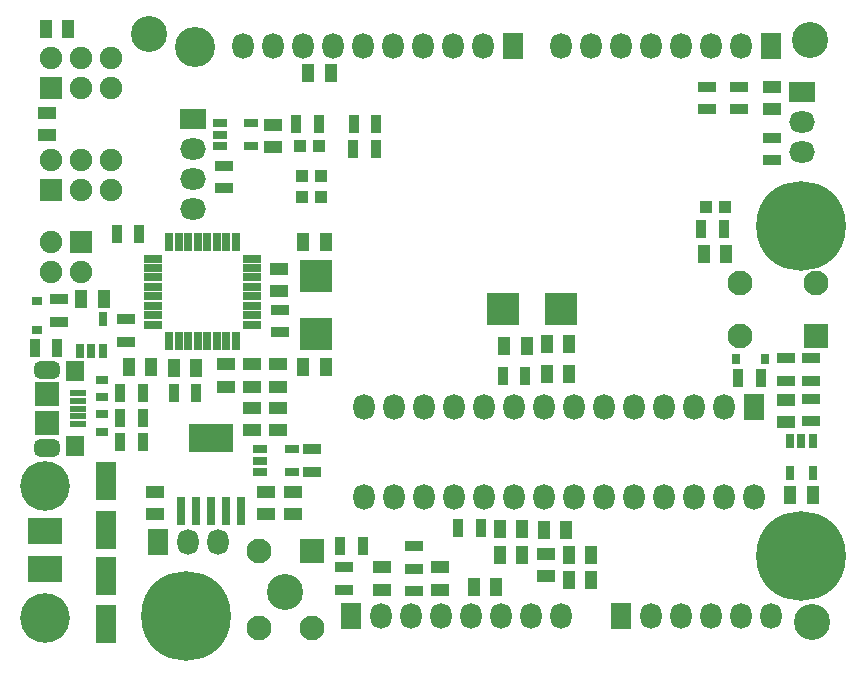
<source format=gts>
G04*
G04 #@! TF.GenerationSoftware,Altium Limited,Altium Designer,25.1.2 (22)*
G04*
G04 Layer_Color=8388736*
%FSLAX44Y44*%
%MOMM*%
G71*
G04*
G04 #@! TF.SameCoordinates,5E672C01-8995-41B4-AFFF-24039E6A3FFE*
G04*
G04*
G04 #@! TF.FilePolarity,Negative*
G04*
G01*
G75*
%ADD34R,0.7500X1.2000*%
%ADD35R,1.4500X0.5000*%
%ADD36R,1.6000X1.8000*%
%ADD37R,2.1000X2.1000*%
%ADD38R,3.7000X2.4000*%
%ADD39R,0.8000X2.4000*%
%ADD40R,1.5000X0.9000*%
%ADD41R,0.9000X1.5000*%
%ADD42R,1.1000X0.8000*%
%ADD43R,0.8858X0.7588*%
%ADD44R,0.7588X0.8858*%
%ADD45R,1.5000X1.1000*%
%ADD46C,3.0480*%
%ADD47R,1.2000X0.7500*%
%ADD48R,0.6700X1.6200*%
%ADD49R,1.0000X1.0000*%
%ADD50R,1.1000X1.5000*%
%ADD51R,1.6200X0.6700*%
%ADD52R,1.8000X3.2000*%
%ADD53R,2.7000X2.8000*%
%ADD54R,2.8000X2.7000*%
%ADD55R,2.9000X2.2000*%
G04:AMPARAMS|DCode=56|XSize=2.2mm|YSize=1.45mm|CornerRadius=0.475mm|HoleSize=0mm|Usage=FLASHONLY|Rotation=0.000|XOffset=0mm|YOffset=0mm|HoleType=Round|Shape=RoundedRectangle|*
%AMROUNDEDRECTD56*
21,1,2.2000,0.5000,0,0,0.0*
21,1,1.2500,1.4500,0,0,0.0*
1,1,0.9500,0.6250,-0.2500*
1,1,0.9500,-0.6250,-0.2500*
1,1,0.9500,-0.6250,0.2500*
1,1,0.9500,0.6250,0.2500*
%
%ADD56ROUNDEDRECTD56*%
%ADD57O,1.8000X2.2000*%
%ADD58R,1.8000X2.2000*%
%ADD59O,2.2000X1.8000*%
%ADD60R,2.2000X1.8000*%
%ADD61R,1.9000X1.9000*%
%ADD62C,1.9000*%
%ADD63C,3.4000*%
%ADD64C,2.1000*%
%ADD65C,7.6000*%
%ADD66C,4.2000*%
%ADD67R,2.1000X2.1000*%
D34*
X50500Y249500D02*
D03*
X60000D02*
D03*
X69500Y276500D02*
D03*
Y249500D02*
D03*
X651500Y173500D02*
D03*
Y146500D02*
D03*
X661000Y173500D02*
D03*
X670500D02*
D03*
Y146500D02*
D03*
D35*
X48745Y214000D02*
D03*
Y207500D02*
D03*
Y201000D02*
D03*
Y188000D02*
D03*
Y194500D02*
D03*
D36*
X46495Y169000D02*
D03*
Y233000D02*
D03*
D37*
X21995Y189000D02*
D03*
Y213000D02*
D03*
X246500Y80500D02*
D03*
D38*
X161000Y176000D02*
D03*
D39*
Y114000D02*
D03*
X148300D02*
D03*
X135600D02*
D03*
X186400D02*
D03*
X173700D02*
D03*
D40*
X172000Y406500D02*
D03*
Y387500D02*
D03*
X89000Y276500D02*
D03*
Y257500D02*
D03*
X220000Y284500D02*
D03*
Y265500D02*
D03*
X608000Y454500D02*
D03*
Y473500D02*
D03*
X581000D02*
D03*
Y454500D02*
D03*
X636000Y411500D02*
D03*
Y430500D02*
D03*
X669000Y190500D02*
D03*
Y209500D02*
D03*
X32250Y293500D02*
D03*
Y274500D02*
D03*
X669000Y243500D02*
D03*
Y224500D02*
D03*
X274000Y47500D02*
D03*
Y66500D02*
D03*
X247000Y147500D02*
D03*
Y166500D02*
D03*
X648000Y243500D02*
D03*
Y224500D02*
D03*
X333000Y65500D02*
D03*
Y84500D02*
D03*
Y65500D02*
D03*
Y46500D02*
D03*
D41*
X301000Y441750D02*
D03*
X282000D02*
D03*
X281750Y420500D02*
D03*
X300750D02*
D03*
X81500Y349000D02*
D03*
X100500D02*
D03*
X84500Y214000D02*
D03*
X103500D02*
D03*
Y193000D02*
D03*
X84500D02*
D03*
Y173000D02*
D03*
X103500D02*
D03*
X370500Y99750D02*
D03*
X389500D02*
D03*
X607500Y227000D02*
D03*
X626500D02*
D03*
X252500Y442000D02*
D03*
X233500D02*
D03*
X427500Y229000D02*
D03*
X408500D02*
D03*
X595500Y353000D02*
D03*
X576500D02*
D03*
X31250Y252250D02*
D03*
X12250D02*
D03*
X270500Y85000D02*
D03*
X289500D02*
D03*
X129500Y214000D02*
D03*
X148500D02*
D03*
D42*
X69000Y225500D02*
D03*
Y210500D02*
D03*
Y196500D02*
D03*
Y181500D02*
D03*
D43*
X13500Y267558D02*
D03*
Y291942D02*
D03*
D44*
X605808Y243000D02*
D03*
X630192D02*
D03*
D45*
X306000Y47500D02*
D03*
Y66500D02*
D03*
X231000Y111500D02*
D03*
X636000Y473500D02*
D03*
X219000Y319500D02*
D03*
X218000Y238500D02*
D03*
Y201500D02*
D03*
X648000Y189500D02*
D03*
X231000Y130500D02*
D03*
X355000Y66500D02*
D03*
X214000Y422500D02*
D03*
X22750Y451250D02*
D03*
X196000Y219500D02*
D03*
X174000D02*
D03*
X208000Y130500D02*
D03*
X114000D02*
D03*
X648000Y208500D02*
D03*
X636000Y454500D02*
D03*
X174000Y238500D02*
D03*
X114000Y111500D02*
D03*
X444500Y59250D02*
D03*
X214000Y441500D02*
D03*
X22750Y432250D02*
D03*
X218000Y182500D02*
D03*
X196000Y182500D02*
D03*
X444500Y78250D02*
D03*
X219000Y300500D02*
D03*
X218000Y219500D02*
D03*
X196000Y238500D02*
D03*
Y201500D02*
D03*
X208000Y111500D02*
D03*
X355000Y47500D02*
D03*
D46*
X109000Y518000D02*
D03*
X668000Y513000D02*
D03*
X670000Y20000D02*
D03*
X224000Y46000D02*
D03*
D47*
X202500Y157000D02*
D03*
Y166500D02*
D03*
X168500Y433000D02*
D03*
Y442500D02*
D03*
X229500Y147500D02*
D03*
X195500Y423500D02*
D03*
X168500D02*
D03*
X202500Y147500D02*
D03*
X195500Y442500D02*
D03*
X229500Y166500D02*
D03*
D48*
X158000Y258000D02*
D03*
X166000D02*
D03*
X150000D02*
D03*
Y342000D02*
D03*
X182000D02*
D03*
X166000D02*
D03*
X134000D02*
D03*
X174000D02*
D03*
X126000D02*
D03*
X174000Y258000D02*
D03*
X182000D02*
D03*
X142000D02*
D03*
X134000D02*
D03*
X126000D02*
D03*
X142000Y342000D02*
D03*
X158000D02*
D03*
D49*
X254000Y380000D02*
D03*
Y398000D02*
D03*
X253000Y423000D02*
D03*
X237000D02*
D03*
X596000Y372000D02*
D03*
X580000D02*
D03*
X238000Y398000D02*
D03*
Y380000D02*
D03*
D50*
X597500Y332000D02*
D03*
X464500Y255500D02*
D03*
X445500Y230000D02*
D03*
X409500Y254000D02*
D03*
X262500Y485000D02*
D03*
X258500Y342000D02*
D03*
Y236000D02*
D03*
X670500Y128000D02*
D03*
X464250Y77000D02*
D03*
X461750Y98500D02*
D03*
X405750Y99000D02*
D03*
Y77000D02*
D03*
X402500Y50000D02*
D03*
X148500Y235000D02*
D03*
X110500Y236000D02*
D03*
X70500Y294000D02*
D03*
X40500Y522000D02*
D03*
X428500Y254000D02*
D03*
X445500Y255500D02*
D03*
X91500Y236000D02*
D03*
X239500Y342000D02*
D03*
Y236000D02*
D03*
X243500Y485000D02*
D03*
X442750Y98500D02*
D03*
X383500Y50000D02*
D03*
X578500Y332000D02*
D03*
X651500Y128000D02*
D03*
X464000Y55500D02*
D03*
X21500Y522000D02*
D03*
X51500Y294000D02*
D03*
X483250Y77000D02*
D03*
X483000Y55500D02*
D03*
X464500Y230000D02*
D03*
X424750Y77000D02*
D03*
Y99000D02*
D03*
X129500Y235000D02*
D03*
D51*
X196000Y288000D02*
D03*
Y328000D02*
D03*
X112000Y272000D02*
D03*
Y296000D02*
D03*
Y304000D02*
D03*
Y312000D02*
D03*
Y320000D02*
D03*
Y328000D02*
D03*
X196000Y280000D02*
D03*
Y272000D02*
D03*
Y296000D02*
D03*
X112000Y280000D02*
D03*
Y288000D02*
D03*
X196000Y320000D02*
D03*
Y312000D02*
D03*
Y304000D02*
D03*
D52*
X72000Y139500D02*
D03*
Y59500D02*
D03*
Y18500D02*
D03*
Y98500D02*
D03*
D53*
X408500Y285000D02*
D03*
X457500D02*
D03*
D54*
X250000Y313500D02*
D03*
Y264500D02*
D03*
D55*
X21000Y65000D02*
D03*
Y97000D02*
D03*
D56*
X21995Y168000D02*
D03*
Y234000D02*
D03*
D57*
X238760Y508000D02*
D03*
X213360D02*
D03*
X187960D02*
D03*
X264160D02*
D03*
X391160D02*
D03*
X314960D02*
D03*
X340360D02*
D03*
X289560D02*
D03*
X365760D02*
D03*
X167000Y88000D02*
D03*
X141600D02*
D03*
X609600Y508000D02*
D03*
X584200D02*
D03*
X558800D02*
D03*
X533400D02*
D03*
X508000D02*
D03*
X482600D02*
D03*
X457200D02*
D03*
X533400Y25400D02*
D03*
X558800D02*
D03*
X584200D02*
D03*
X609600D02*
D03*
X635000D02*
D03*
X457200D02*
D03*
X355600D02*
D03*
X304800D02*
D03*
X381000D02*
D03*
X330200D02*
D03*
X406400D02*
D03*
X431800D02*
D03*
X595250Y201930D02*
D03*
X569850D02*
D03*
X544450D02*
D03*
X519050D02*
D03*
X493650D02*
D03*
X468250D02*
D03*
X417450D02*
D03*
X392050D02*
D03*
X366650D02*
D03*
X341250D02*
D03*
X315850D02*
D03*
X290450D02*
D03*
X620650Y125730D02*
D03*
X595250D02*
D03*
X569850D02*
D03*
X544450D02*
D03*
X519050D02*
D03*
X493650D02*
D03*
X442850D02*
D03*
X417450D02*
D03*
X392050D02*
D03*
X366650D02*
D03*
X341250D02*
D03*
X315850D02*
D03*
X290450D02*
D03*
X468250D02*
D03*
X442850Y201930D02*
D03*
D58*
X416560Y508000D02*
D03*
X116200Y88000D02*
D03*
X635000Y508000D02*
D03*
X508000Y25400D02*
D03*
X279400D02*
D03*
X620650Y201930D02*
D03*
D59*
X146000Y395200D02*
D03*
Y420600D02*
D03*
Y369800D02*
D03*
X662000Y443600D02*
D03*
Y418200D02*
D03*
D60*
X146000Y446000D02*
D03*
X662000Y469000D02*
D03*
D61*
X50800Y342000D02*
D03*
X25400Y386080D02*
D03*
Y472440D02*
D03*
D62*
Y342000D02*
D03*
X50800Y316600D02*
D03*
X25400D02*
D03*
Y411480D02*
D03*
X76200Y386080D02*
D03*
X50800Y411480D02*
D03*
Y386080D02*
D03*
X76200Y411480D02*
D03*
X25400Y497840D02*
D03*
X76200Y472440D02*
D03*
Y497840D02*
D03*
X50800D02*
D03*
Y472440D02*
D03*
D63*
X148000Y507000D02*
D03*
D64*
X246500Y15500D02*
D03*
X201500D02*
D03*
Y80500D02*
D03*
X608750Y307500D02*
D03*
X673750D02*
D03*
X608750Y262500D02*
D03*
D65*
X660400Y355600D02*
D03*
Y76200D02*
D03*
X139700Y25400D02*
D03*
D66*
X21044Y135572D02*
D03*
Y23572D02*
D03*
D67*
X673750Y262500D02*
D03*
M02*

</source>
